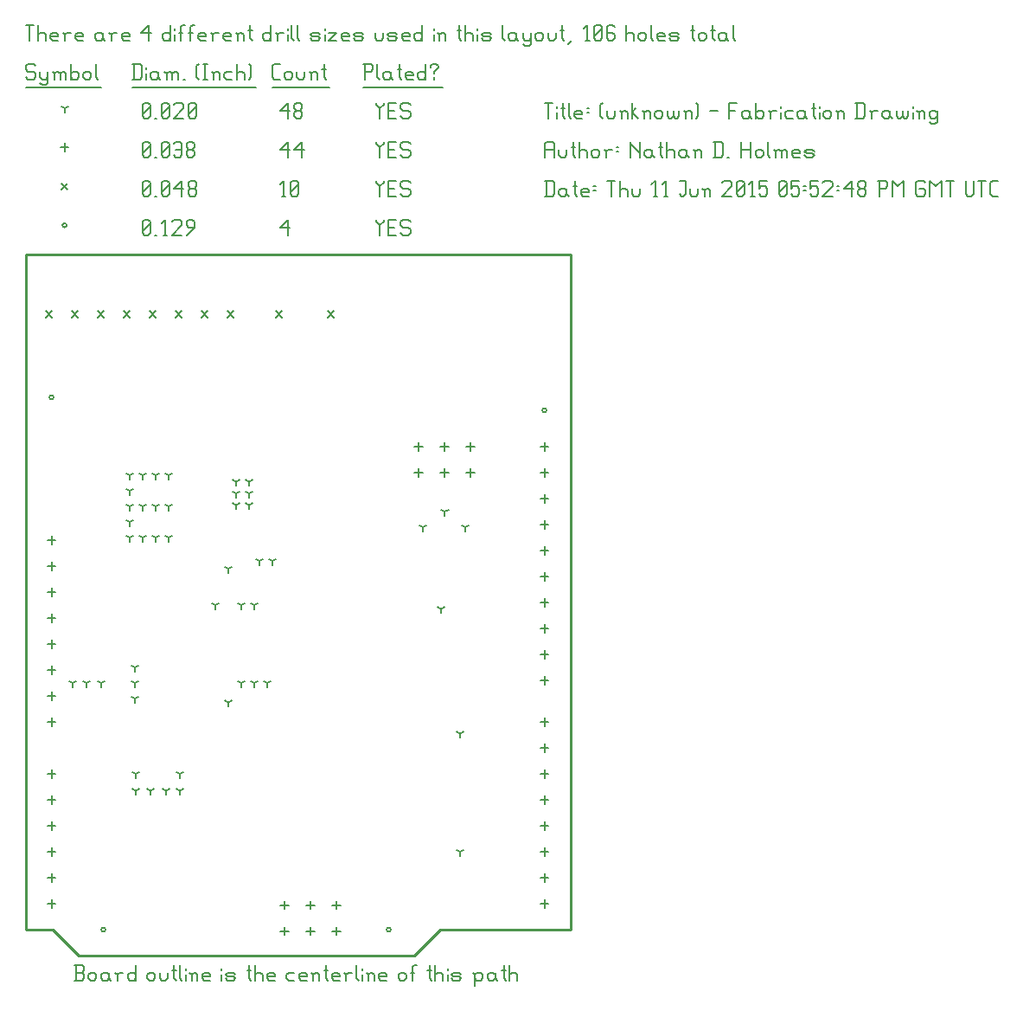
<source format=gbr>
G04 start of page 12 for group -3984 idx -3984 *
G04 Title: (unknown), fab *
G04 Creator: pcb 20140316 *
G04 CreationDate: Thu 11 Jun 2015 05:52:48 PM GMT UTC *
G04 For: ndholmes *
G04 Format: Gerber/RS-274X *
G04 PCB-Dimensions (mil): 2100.00 2700.00 *
G04 PCB-Coordinate-Origin: lower left *
%MOIN*%
%FSLAX25Y25*%
%LNFAB*%
%ADD75C,0.0100*%
%ADD74C,0.0060*%
%ADD73R,0.0080X0.0080*%
G54D73*X139200Y10000D02*G75*G03X140800Y10000I800J0D01*G01*
G75*G03X139200Y10000I-800J0D01*G01*
X199200Y210000D02*G75*G03X200800Y210000I800J0D01*G01*
G75*G03X199200Y210000I-800J0D01*G01*
X9200Y215000D02*G75*G03X10800Y215000I800J0D01*G01*
G75*G03X9200Y215000I-800J0D01*G01*
X29200Y10000D02*G75*G03X30800Y10000I800J0D01*G01*
G75*G03X29200Y10000I-800J0D01*G01*
X14200Y281250D02*G75*G03X15800Y281250I800J0D01*G01*
G75*G03X14200Y281250I-800J0D01*G01*
G54D74*X135000Y283500D02*Y282750D01*
X136500Y281250D01*
X138000Y282750D01*
Y283500D02*Y282750D01*
X136500Y281250D02*Y277500D01*
X139800Y280500D02*X142050D01*
X139800Y277500D02*X142800D01*
X139800Y283500D02*Y277500D01*
Y283500D02*X142800D01*
X147600D02*X148350Y282750D01*
X145350Y283500D02*X147600D01*
X144600Y282750D02*X145350Y283500D01*
X144600Y282750D02*Y281250D01*
X145350Y280500D01*
X147600D01*
X148350Y279750D01*
Y278250D01*
X147600Y277500D02*X148350Y278250D01*
X145350Y277500D02*X147600D01*
X144600Y278250D02*X145350Y277500D01*
X98000Y280500D02*X101000Y283500D01*
X98000Y280500D02*X101750D01*
X101000Y283500D02*Y277500D01*
X45000Y278250D02*X45750Y277500D01*
X45000Y282750D02*Y278250D01*
Y282750D02*X45750Y283500D01*
X47250D01*
X48000Y282750D01*
Y278250D01*
X47250Y277500D02*X48000Y278250D01*
X45750Y277500D02*X47250D01*
X45000Y279000D02*X48000Y282000D01*
X49800Y277500D02*X50550D01*
X53100D02*X54600D01*
X53850Y283500D02*Y277500D01*
X52350Y282000D02*X53850Y283500D01*
X56400Y282750D02*X57150Y283500D01*
X59400D01*
X60150Y282750D01*
Y281250D01*
X56400Y277500D02*X60150Y281250D01*
X56400Y277500D02*X60150D01*
X61950D02*X64950Y280500D01*
Y282750D02*Y280500D01*
X64200Y283500D02*X64950Y282750D01*
X62700Y283500D02*X64200D01*
X61950Y282750D02*X62700Y283500D01*
X61950Y282750D02*Y281250D01*
X62700Y280500D01*
X64950D01*
X77800Y248200D02*X80200Y245800D01*
X77800D02*X80200Y248200D01*
X67800D02*X70200Y245800D01*
X67800D02*X70200Y248200D01*
X57800D02*X60200Y245800D01*
X57800D02*X60200Y248200D01*
X47800D02*X50200Y245800D01*
X47800D02*X50200Y248200D01*
X37800D02*X40200Y245800D01*
X37800D02*X40200Y248200D01*
X27800D02*X30200Y245800D01*
X27800D02*X30200Y248200D01*
X17800D02*X20200Y245800D01*
X17800D02*X20200Y248200D01*
X7800D02*X10200Y245800D01*
X7800D02*X10200Y248200D01*
X116300D02*X118700Y245800D01*
X116300D02*X118700Y248200D01*
X96300D02*X98700Y245800D01*
X96300D02*X98700Y248200D01*
X13800Y297450D02*X16200Y295050D01*
X13800D02*X16200Y297450D01*
X135000Y298500D02*Y297750D01*
X136500Y296250D01*
X138000Y297750D01*
Y298500D02*Y297750D01*
X136500Y296250D02*Y292500D01*
X139800Y295500D02*X142050D01*
X139800Y292500D02*X142800D01*
X139800Y298500D02*Y292500D01*
Y298500D02*X142800D01*
X147600D02*X148350Y297750D01*
X145350Y298500D02*X147600D01*
X144600Y297750D02*X145350Y298500D01*
X144600Y297750D02*Y296250D01*
X145350Y295500D01*
X147600D01*
X148350Y294750D01*
Y293250D01*
X147600Y292500D02*X148350Y293250D01*
X145350Y292500D02*X147600D01*
X144600Y293250D02*X145350Y292500D01*
X98750D02*X100250D01*
X99500Y298500D02*Y292500D01*
X98000Y297000D02*X99500Y298500D01*
X102050Y293250D02*X102800Y292500D01*
X102050Y297750D02*Y293250D01*
Y297750D02*X102800Y298500D01*
X104300D01*
X105050Y297750D01*
Y293250D01*
X104300Y292500D02*X105050Y293250D01*
X102800Y292500D02*X104300D01*
X102050Y294000D02*X105050Y297000D01*
X45000Y293250D02*X45750Y292500D01*
X45000Y297750D02*Y293250D01*
Y297750D02*X45750Y298500D01*
X47250D01*
X48000Y297750D01*
Y293250D01*
X47250Y292500D02*X48000Y293250D01*
X45750Y292500D02*X47250D01*
X45000Y294000D02*X48000Y297000D01*
X49800Y292500D02*X50550D01*
X52350Y293250D02*X53100Y292500D01*
X52350Y297750D02*Y293250D01*
Y297750D02*X53100Y298500D01*
X54600D01*
X55350Y297750D01*
Y293250D01*
X54600Y292500D02*X55350Y293250D01*
X53100Y292500D02*X54600D01*
X52350Y294000D02*X55350Y297000D01*
X57150Y295500D02*X60150Y298500D01*
X57150Y295500D02*X60900D01*
X60150Y298500D02*Y292500D01*
X62700Y293250D02*X63450Y292500D01*
X62700Y294750D02*Y293250D01*
Y294750D02*X63450Y295500D01*
X64950D01*
X65700Y294750D01*
Y293250D01*
X64950Y292500D02*X65700Y293250D01*
X63450Y292500D02*X64950D01*
X62700Y296250D02*X63450Y295500D01*
X62700Y297750D02*Y296250D01*
Y297750D02*X63450Y298500D01*
X64950D01*
X65700Y297750D01*
Y296250D01*
X64950Y295500D02*X65700Y296250D01*
X10000Y161600D02*Y158400D01*
X8400Y160000D02*X11600D01*
X10000Y151600D02*Y148400D01*
X8400Y150000D02*X11600D01*
X10000Y141600D02*Y138400D01*
X8400Y140000D02*X11600D01*
X10000Y131600D02*Y128400D01*
X8400Y130000D02*X11600D01*
X10000Y121600D02*Y118400D01*
X8400Y120000D02*X11600D01*
X10000Y111600D02*Y108400D01*
X8400Y110000D02*X11600D01*
X10000Y101600D02*Y98400D01*
X8400Y100000D02*X11600D01*
X10000Y91600D02*Y88400D01*
X8400Y90000D02*X11600D01*
X10000Y71600D02*Y68400D01*
X8400Y70000D02*X11600D01*
X10000Y61600D02*Y58400D01*
X8400Y60000D02*X11600D01*
X10000Y51600D02*Y48400D01*
X8400Y50000D02*X11600D01*
X10000Y41600D02*Y38400D01*
X8400Y40000D02*X11600D01*
X10000Y31600D02*Y28400D01*
X8400Y30000D02*X11600D01*
X10000Y21600D02*Y18400D01*
X8400Y20000D02*X11600D01*
X200000Y21600D02*Y18400D01*
X198400Y20000D02*X201600D01*
X200000Y31600D02*Y28400D01*
X198400Y30000D02*X201600D01*
X200000Y41600D02*Y38400D01*
X198400Y40000D02*X201600D01*
X200000Y51600D02*Y48400D01*
X198400Y50000D02*X201600D01*
X200000Y61600D02*Y58400D01*
X198400Y60000D02*X201600D01*
X200000Y71600D02*Y68400D01*
X198400Y70000D02*X201600D01*
X200000Y81600D02*Y78400D01*
X198400Y80000D02*X201600D01*
X200000Y91600D02*Y88400D01*
X198400Y90000D02*X201600D01*
X200000Y107600D02*Y104400D01*
X198400Y106000D02*X201600D01*
X200000Y117600D02*Y114400D01*
X198400Y116000D02*X201600D01*
X200000Y127600D02*Y124400D01*
X198400Y126000D02*X201600D01*
X200000Y137600D02*Y134400D01*
X198400Y136000D02*X201600D01*
X200000Y147600D02*Y144400D01*
X198400Y146000D02*X201600D01*
X200000Y157600D02*Y154400D01*
X198400Y156000D02*X201600D01*
X200000Y167600D02*Y164400D01*
X198400Y166000D02*X201600D01*
X200000Y177600D02*Y174400D01*
X198400Y176000D02*X201600D01*
X200000Y187600D02*Y184400D01*
X198400Y186000D02*X201600D01*
X200000Y197600D02*Y194400D01*
X198400Y196000D02*X201600D01*
X151500Y187600D02*Y184400D01*
X149900Y186000D02*X153100D01*
X161500Y187600D02*Y184400D01*
X159900Y186000D02*X163100D01*
X171500Y187600D02*Y184400D01*
X169900Y186000D02*X173100D01*
X151500Y197600D02*Y194400D01*
X149900Y196000D02*X153100D01*
X161500Y197600D02*Y194400D01*
X159900Y196000D02*X163100D01*
X171500Y197600D02*Y194400D01*
X169900Y196000D02*X173100D01*
X119803Y21049D02*Y17849D01*
X118203Y19449D02*X121403D01*
X109803Y21049D02*Y17849D01*
X108203Y19449D02*X111403D01*
X99803Y21049D02*Y17849D01*
X98203Y19449D02*X101403D01*
X119803Y11049D02*Y7849D01*
X118203Y9449D02*X121403D01*
X109803Y11049D02*Y7849D01*
X108203Y9449D02*X111403D01*
X99803Y11049D02*Y7849D01*
X98203Y9449D02*X101403D01*
X15000Y312850D02*Y309650D01*
X13400Y311250D02*X16600D01*
X135000Y313500D02*Y312750D01*
X136500Y311250D01*
X138000Y312750D01*
Y313500D02*Y312750D01*
X136500Y311250D02*Y307500D01*
X139800Y310500D02*X142050D01*
X139800Y307500D02*X142800D01*
X139800Y313500D02*Y307500D01*
Y313500D02*X142800D01*
X147600D02*X148350Y312750D01*
X145350Y313500D02*X147600D01*
X144600Y312750D02*X145350Y313500D01*
X144600Y312750D02*Y311250D01*
X145350Y310500D01*
X147600D01*
X148350Y309750D01*
Y308250D01*
X147600Y307500D02*X148350Y308250D01*
X145350Y307500D02*X147600D01*
X144600Y308250D02*X145350Y307500D01*
X98000Y310500D02*X101000Y313500D01*
X98000Y310500D02*X101750D01*
X101000Y313500D02*Y307500D01*
X103550Y310500D02*X106550Y313500D01*
X103550Y310500D02*X107300D01*
X106550Y313500D02*Y307500D01*
X45000Y308250D02*X45750Y307500D01*
X45000Y312750D02*Y308250D01*
Y312750D02*X45750Y313500D01*
X47250D01*
X48000Y312750D01*
Y308250D01*
X47250Y307500D02*X48000Y308250D01*
X45750Y307500D02*X47250D01*
X45000Y309000D02*X48000Y312000D01*
X49800Y307500D02*X50550D01*
X52350Y308250D02*X53100Y307500D01*
X52350Y312750D02*Y308250D01*
Y312750D02*X53100Y313500D01*
X54600D01*
X55350Y312750D01*
Y308250D01*
X54600Y307500D02*X55350Y308250D01*
X53100Y307500D02*X54600D01*
X52350Y309000D02*X55350Y312000D01*
X57150Y312750D02*X57900Y313500D01*
X59400D01*
X60150Y312750D01*
Y308250D01*
X59400Y307500D02*X60150Y308250D01*
X57900Y307500D02*X59400D01*
X57150Y308250D02*X57900Y307500D01*
Y310500D02*X60150D01*
X61950Y308250D02*X62700Y307500D01*
X61950Y309750D02*Y308250D01*
Y309750D02*X62700Y310500D01*
X64200D01*
X64950Y309750D01*
Y308250D01*
X64200Y307500D02*X64950Y308250D01*
X62700Y307500D02*X64200D01*
X61950Y311250D02*X62700Y310500D01*
X61950Y312750D02*Y311250D01*
Y312750D02*X62700Y313500D01*
X64200D01*
X64950Y312750D01*
Y311250D01*
X64200Y310500D02*X64950Y311250D01*
X160000Y133500D02*Y131900D01*
Y133500D02*X161387Y134300D01*
X160000Y133500D02*X158613Y134300D01*
X169500Y165000D02*Y163400D01*
Y165000D02*X170887Y165800D01*
X169500Y165000D02*X168113Y165800D01*
X153000Y165000D02*Y163400D01*
Y165000D02*X154387Y165800D01*
X153000Y165000D02*X151613Y165800D01*
X42000Y111000D02*Y109400D01*
Y111000D02*X43387Y111800D01*
X42000Y111000D02*X40613Y111800D01*
X42000Y105000D02*Y103400D01*
Y105000D02*X43387Y105800D01*
X42000Y105000D02*X40613Y105800D01*
X42000Y99000D02*Y97400D01*
Y99000D02*X43387Y99800D01*
X42000Y99000D02*X40613Y99800D01*
X18000Y105000D02*Y103400D01*
Y105000D02*X19387Y105800D01*
X18000Y105000D02*X16613Y105800D01*
X23500Y105000D02*Y103400D01*
Y105000D02*X24887Y105800D01*
X23500Y105000D02*X22113Y105800D01*
X29000Y105000D02*Y103400D01*
Y105000D02*X30387Y105800D01*
X29000Y105000D02*X27613Y105800D01*
X73000Y135000D02*Y133400D01*
Y135000D02*X74387Y135800D01*
X73000Y135000D02*X71613Y135800D01*
X83000Y135000D02*Y133400D01*
Y135000D02*X84387Y135800D01*
X83000Y135000D02*X81613Y135800D01*
X78000Y97500D02*Y95900D01*
Y97500D02*X79387Y98300D01*
X78000Y97500D02*X76613Y98300D01*
X83000Y105000D02*Y103400D01*
Y105000D02*X84387Y105800D01*
X83000Y105000D02*X81613Y105800D01*
X88000Y105000D02*Y103400D01*
Y105000D02*X89387Y105800D01*
X88000Y105000D02*X86613Y105800D01*
X93000Y105000D02*Y103400D01*
Y105000D02*X94387Y105800D01*
X93000Y105000D02*X91613Y105800D01*
X55000Y185000D02*Y183400D01*
Y185000D02*X56387Y185800D01*
X55000Y185000D02*X53613Y185800D01*
X50000Y185000D02*Y183400D01*
Y185000D02*X51387Y185800D01*
X50000Y185000D02*X48613Y185800D01*
X55000Y173000D02*Y171400D01*
Y173000D02*X56387Y173800D01*
X55000Y173000D02*X53613Y173800D01*
X50000Y173000D02*Y171400D01*
Y173000D02*X51387Y173800D01*
X50000Y173000D02*X48613Y173800D01*
X55000Y161000D02*Y159400D01*
Y161000D02*X56387Y161800D01*
X55000Y161000D02*X53613Y161800D01*
X50000Y161000D02*Y159400D01*
Y161000D02*X51387Y161800D01*
X50000Y161000D02*X48613Y161800D01*
X45000Y185000D02*Y183400D01*
Y185000D02*X46387Y185800D01*
X45000Y185000D02*X43613Y185800D01*
X40000Y185000D02*Y183400D01*
Y185000D02*X41387Y185800D01*
X40000Y185000D02*X38613Y185800D01*
X45000Y173000D02*Y171400D01*
Y173000D02*X46387Y173800D01*
X45000Y173000D02*X43613Y173800D01*
X40000Y173000D02*Y171400D01*
Y173000D02*X41387Y173800D01*
X40000Y173000D02*X38613Y173800D01*
X45000Y161000D02*Y159400D01*
Y161000D02*X46387Y161800D01*
X45000Y161000D02*X43613Y161800D01*
X40000Y161000D02*Y159400D01*
Y161000D02*X41387Y161800D01*
X40000Y161000D02*X38613Y161800D01*
X40000Y179000D02*Y177400D01*
Y179000D02*X41387Y179800D01*
X40000Y179000D02*X38613Y179800D01*
X40000Y167000D02*Y165400D01*
Y167000D02*X41387Y167800D01*
X40000Y167000D02*X38613Y167800D01*
X90000Y152000D02*Y150400D01*
Y152000D02*X91387Y152800D01*
X90000Y152000D02*X88613Y152800D01*
X95000Y152000D02*Y150400D01*
Y152000D02*X96387Y152800D01*
X95000Y152000D02*X93613Y152800D01*
X81000Y173500D02*Y171900D01*
Y173500D02*X82387Y174300D01*
X81000Y173500D02*X79613Y174300D01*
X86000Y173500D02*Y171900D01*
Y173500D02*X87387Y174300D01*
X86000Y173500D02*X84613Y174300D01*
X81000Y182500D02*Y180900D01*
Y182500D02*X82387Y183300D01*
X81000Y182500D02*X79613Y183300D01*
X86000Y182500D02*Y180900D01*
Y182500D02*X87387Y183300D01*
X86000Y182500D02*X84613Y183300D01*
X81000Y178000D02*Y176400D01*
Y178000D02*X82387Y178800D01*
X81000Y178000D02*X79613Y178800D01*
X86000Y178000D02*Y176400D01*
Y178000D02*X87387Y178800D01*
X86000Y178000D02*X84613Y178800D01*
X88000Y135000D02*Y133400D01*
Y135000D02*X89387Y135800D01*
X88000Y135000D02*X86613Y135800D01*
X167500Y85500D02*Y83900D01*
Y85500D02*X168887Y86300D01*
X167500Y85500D02*X166113Y86300D01*
X167500Y40000D02*Y38400D01*
Y40000D02*X168887Y40800D01*
X167500Y40000D02*X166113Y40800D01*
X161600Y171000D02*Y169400D01*
Y171000D02*X162987Y171800D01*
X161600Y171000D02*X160213Y171800D01*
X78000Y149000D02*Y147400D01*
Y149000D02*X79387Y149800D01*
X78000Y149000D02*X76613Y149800D01*
X54000Y63500D02*Y61900D01*
Y63500D02*X55387Y64300D01*
X54000Y63500D02*X52613Y64300D01*
X48000Y63500D02*Y61900D01*
Y63500D02*X49387Y64300D01*
X48000Y63500D02*X46613Y64300D01*
X42500Y63500D02*Y61900D01*
Y63500D02*X43887Y64300D01*
X42500Y63500D02*X41113Y64300D01*
X42500Y70000D02*Y68400D01*
Y70000D02*X43887Y70800D01*
X42500Y70000D02*X41113Y70800D01*
X59500Y70000D02*Y68400D01*
Y70000D02*X60887Y70800D01*
X59500Y70000D02*X58113Y70800D01*
X59500Y63500D02*Y61900D01*
Y63500D02*X60887Y64300D01*
X59500Y63500D02*X58113Y64300D01*
X15000Y326250D02*Y324650D01*
Y326250D02*X16387Y327050D01*
X15000Y326250D02*X13613Y327050D01*
X135000Y328500D02*Y327750D01*
X136500Y326250D01*
X138000Y327750D01*
Y328500D02*Y327750D01*
X136500Y326250D02*Y322500D01*
X139800Y325500D02*X142050D01*
X139800Y322500D02*X142800D01*
X139800Y328500D02*Y322500D01*
Y328500D02*X142800D01*
X147600D02*X148350Y327750D01*
X145350Y328500D02*X147600D01*
X144600Y327750D02*X145350Y328500D01*
X144600Y327750D02*Y326250D01*
X145350Y325500D01*
X147600D01*
X148350Y324750D01*
Y323250D01*
X147600Y322500D02*X148350Y323250D01*
X145350Y322500D02*X147600D01*
X144600Y323250D02*X145350Y322500D01*
X98000Y325500D02*X101000Y328500D01*
X98000Y325500D02*X101750D01*
X101000Y328500D02*Y322500D01*
X103550Y323250D02*X104300Y322500D01*
X103550Y324750D02*Y323250D01*
Y324750D02*X104300Y325500D01*
X105800D01*
X106550Y324750D01*
Y323250D01*
X105800Y322500D02*X106550Y323250D01*
X104300Y322500D02*X105800D01*
X103550Y326250D02*X104300Y325500D01*
X103550Y327750D02*Y326250D01*
Y327750D02*X104300Y328500D01*
X105800D01*
X106550Y327750D01*
Y326250D01*
X105800Y325500D02*X106550Y326250D01*
X45000Y323250D02*X45750Y322500D01*
X45000Y327750D02*Y323250D01*
Y327750D02*X45750Y328500D01*
X47250D01*
X48000Y327750D01*
Y323250D01*
X47250Y322500D02*X48000Y323250D01*
X45750Y322500D02*X47250D01*
X45000Y324000D02*X48000Y327000D01*
X49800Y322500D02*X50550D01*
X52350Y323250D02*X53100Y322500D01*
X52350Y327750D02*Y323250D01*
Y327750D02*X53100Y328500D01*
X54600D01*
X55350Y327750D01*
Y323250D01*
X54600Y322500D02*X55350Y323250D01*
X53100Y322500D02*X54600D01*
X52350Y324000D02*X55350Y327000D01*
X57150Y327750D02*X57900Y328500D01*
X60150D01*
X60900Y327750D01*
Y326250D01*
X57150Y322500D02*X60900Y326250D01*
X57150Y322500D02*X60900D01*
X62700Y323250D02*X63450Y322500D01*
X62700Y327750D02*Y323250D01*
Y327750D02*X63450Y328500D01*
X64950D01*
X65700Y327750D01*
Y323250D01*
X64950Y322500D02*X65700Y323250D01*
X63450Y322500D02*X64950D01*
X62700Y324000D02*X65700Y327000D01*
X3000Y343500D02*X3750Y342750D01*
X750Y343500D02*X3000D01*
X0Y342750D02*X750Y343500D01*
X0Y342750D02*Y341250D01*
X750Y340500D01*
X3000D01*
X3750Y339750D01*
Y338250D01*
X3000Y337500D02*X3750Y338250D01*
X750Y337500D02*X3000D01*
X0Y338250D02*X750Y337500D01*
X5550Y340500D02*Y338250D01*
X6300Y337500D01*
X8550Y340500D02*Y336000D01*
X7800Y335250D02*X8550Y336000D01*
X6300Y335250D02*X7800D01*
X5550Y336000D02*X6300Y335250D01*
Y337500D02*X7800D01*
X8550Y338250D01*
X11100Y339750D02*Y337500D01*
Y339750D02*X11850Y340500D01*
X12600D01*
X13350Y339750D01*
Y337500D01*
Y339750D02*X14100Y340500D01*
X14850D01*
X15600Y339750D01*
Y337500D01*
X10350Y340500D02*X11100Y339750D01*
X17400Y343500D02*Y337500D01*
Y338250D02*X18150Y337500D01*
X19650D01*
X20400Y338250D01*
Y339750D02*Y338250D01*
X19650Y340500D02*X20400Y339750D01*
X18150Y340500D02*X19650D01*
X17400Y339750D02*X18150Y340500D01*
X22200Y339750D02*Y338250D01*
Y339750D02*X22950Y340500D01*
X24450D01*
X25200Y339750D01*
Y338250D01*
X24450Y337500D02*X25200Y338250D01*
X22950Y337500D02*X24450D01*
X22200Y338250D02*X22950Y337500D01*
X27000Y343500D02*Y338250D01*
X27750Y337500D01*
X0Y334250D02*X29250D01*
X41750Y343500D02*Y337500D01*
X44000Y343500D02*X44750Y342750D01*
Y338250D01*
X44000Y337500D02*X44750Y338250D01*
X41000Y337500D02*X44000D01*
X41000Y343500D02*X44000D01*
X46550Y342000D02*Y341250D01*
Y339750D02*Y337500D01*
X50300Y340500D02*X51050Y339750D01*
X48800Y340500D02*X50300D01*
X48050Y339750D02*X48800Y340500D01*
X48050Y339750D02*Y338250D01*
X48800Y337500D01*
X51050Y340500D02*Y338250D01*
X51800Y337500D01*
X48800D02*X50300D01*
X51050Y338250D01*
X54350Y339750D02*Y337500D01*
Y339750D02*X55100Y340500D01*
X55850D01*
X56600Y339750D01*
Y337500D01*
Y339750D02*X57350Y340500D01*
X58100D01*
X58850Y339750D01*
Y337500D01*
X53600Y340500D02*X54350Y339750D01*
X60650Y337500D02*X61400D01*
X65900Y338250D02*X66650Y337500D01*
X65900Y342750D02*X66650Y343500D01*
X65900Y342750D02*Y338250D01*
X68450Y343500D02*X69950D01*
X69200D02*Y337500D01*
X68450D02*X69950D01*
X72500Y339750D02*Y337500D01*
Y339750D02*X73250Y340500D01*
X74000D01*
X74750Y339750D01*
Y337500D01*
X71750Y340500D02*X72500Y339750D01*
X77300Y340500D02*X79550D01*
X76550Y339750D02*X77300Y340500D01*
X76550Y339750D02*Y338250D01*
X77300Y337500D01*
X79550D01*
X81350Y343500D02*Y337500D01*
Y339750D02*X82100Y340500D01*
X83600D01*
X84350Y339750D01*
Y337500D01*
X86150Y343500D02*X86900Y342750D01*
Y338250D01*
X86150Y337500D02*X86900Y338250D01*
X41000Y334250D02*X88700D01*
X95750Y337500D02*X98000D01*
X95000Y338250D02*X95750Y337500D01*
X95000Y342750D02*Y338250D01*
Y342750D02*X95750Y343500D01*
X98000D01*
X99800Y339750D02*Y338250D01*
Y339750D02*X100550Y340500D01*
X102050D01*
X102800Y339750D01*
Y338250D01*
X102050Y337500D02*X102800Y338250D01*
X100550Y337500D02*X102050D01*
X99800Y338250D02*X100550Y337500D01*
X104600Y340500D02*Y338250D01*
X105350Y337500D01*
X106850D01*
X107600Y338250D01*
Y340500D02*Y338250D01*
X110150Y339750D02*Y337500D01*
Y339750D02*X110900Y340500D01*
X111650D01*
X112400Y339750D01*
Y337500D01*
X109400Y340500D02*X110150Y339750D01*
X114950Y343500D02*Y338250D01*
X115700Y337500D01*
X114200Y341250D02*X115700D01*
X95000Y334250D02*X117200D01*
X130750Y343500D02*Y337500D01*
X130000Y343500D02*X133000D01*
X133750Y342750D01*
Y341250D01*
X133000Y340500D02*X133750Y341250D01*
X130750Y340500D02*X133000D01*
X135550Y343500D02*Y338250D01*
X136300Y337500D01*
X140050Y340500D02*X140800Y339750D01*
X138550Y340500D02*X140050D01*
X137800Y339750D02*X138550Y340500D01*
X137800Y339750D02*Y338250D01*
X138550Y337500D01*
X140800Y340500D02*Y338250D01*
X141550Y337500D01*
X138550D02*X140050D01*
X140800Y338250D01*
X144100Y343500D02*Y338250D01*
X144850Y337500D01*
X143350Y341250D02*X144850D01*
X147100Y337500D02*X149350D01*
X146350Y338250D02*X147100Y337500D01*
X146350Y339750D02*Y338250D01*
Y339750D02*X147100Y340500D01*
X148600D01*
X149350Y339750D01*
X146350Y339000D02*X149350D01*
Y339750D02*Y339000D01*
X154150Y343500D02*Y337500D01*
X153400D02*X154150Y338250D01*
X151900Y337500D02*X153400D01*
X151150Y338250D02*X151900Y337500D01*
X151150Y339750D02*Y338250D01*
Y339750D02*X151900Y340500D01*
X153400D01*
X154150Y339750D01*
X157450Y340500D02*Y339750D01*
Y338250D02*Y337500D01*
X155950Y342750D02*Y342000D01*
Y342750D02*X156700Y343500D01*
X158200D01*
X158950Y342750D01*
Y342000D01*
X157450Y340500D02*X158950Y342000D01*
X130000Y334250D02*X160750D01*
X0Y358500D02*X3000D01*
X1500D02*Y352500D01*
X4800Y358500D02*Y352500D01*
Y354750D02*X5550Y355500D01*
X7050D01*
X7800Y354750D01*
Y352500D01*
X10350D02*X12600D01*
X9600Y353250D02*X10350Y352500D01*
X9600Y354750D02*Y353250D01*
Y354750D02*X10350Y355500D01*
X11850D01*
X12600Y354750D01*
X9600Y354000D02*X12600D01*
Y354750D02*Y354000D01*
X15150Y354750D02*Y352500D01*
Y354750D02*X15900Y355500D01*
X17400D01*
X14400D02*X15150Y354750D01*
X19950Y352500D02*X22200D01*
X19200Y353250D02*X19950Y352500D01*
X19200Y354750D02*Y353250D01*
Y354750D02*X19950Y355500D01*
X21450D01*
X22200Y354750D01*
X19200Y354000D02*X22200D01*
Y354750D02*Y354000D01*
X28950Y355500D02*X29700Y354750D01*
X27450Y355500D02*X28950D01*
X26700Y354750D02*X27450Y355500D01*
X26700Y354750D02*Y353250D01*
X27450Y352500D01*
X29700Y355500D02*Y353250D01*
X30450Y352500D01*
X27450D02*X28950D01*
X29700Y353250D01*
X33000Y354750D02*Y352500D01*
Y354750D02*X33750Y355500D01*
X35250D01*
X32250D02*X33000Y354750D01*
X37800Y352500D02*X40050D01*
X37050Y353250D02*X37800Y352500D01*
X37050Y354750D02*Y353250D01*
Y354750D02*X37800Y355500D01*
X39300D01*
X40050Y354750D01*
X37050Y354000D02*X40050D01*
Y354750D02*Y354000D01*
X44550Y355500D02*X47550Y358500D01*
X44550Y355500D02*X48300D01*
X47550Y358500D02*Y352500D01*
X55800Y358500D02*Y352500D01*
X55050D02*X55800Y353250D01*
X53550Y352500D02*X55050D01*
X52800Y353250D02*X53550Y352500D01*
X52800Y354750D02*Y353250D01*
Y354750D02*X53550Y355500D01*
X55050D01*
X55800Y354750D01*
X57600Y357000D02*Y356250D01*
Y354750D02*Y352500D01*
X59850Y357750D02*Y352500D01*
Y357750D02*X60600Y358500D01*
X61350D01*
X59100Y355500D02*X60600D01*
X63600Y357750D02*Y352500D01*
Y357750D02*X64350Y358500D01*
X65100D01*
X62850Y355500D02*X64350D01*
X67350Y352500D02*X69600D01*
X66600Y353250D02*X67350Y352500D01*
X66600Y354750D02*Y353250D01*
Y354750D02*X67350Y355500D01*
X68850D01*
X69600Y354750D01*
X66600Y354000D02*X69600D01*
Y354750D02*Y354000D01*
X72150Y354750D02*Y352500D01*
Y354750D02*X72900Y355500D01*
X74400D01*
X71400D02*X72150Y354750D01*
X76950Y352500D02*X79200D01*
X76200Y353250D02*X76950Y352500D01*
X76200Y354750D02*Y353250D01*
Y354750D02*X76950Y355500D01*
X78450D01*
X79200Y354750D01*
X76200Y354000D02*X79200D01*
Y354750D02*Y354000D01*
X81750Y354750D02*Y352500D01*
Y354750D02*X82500Y355500D01*
X83250D01*
X84000Y354750D01*
Y352500D01*
X81000Y355500D02*X81750Y354750D01*
X86550Y358500D02*Y353250D01*
X87300Y352500D01*
X85800Y356250D02*X87300D01*
X94500Y358500D02*Y352500D01*
X93750D02*X94500Y353250D01*
X92250Y352500D02*X93750D01*
X91500Y353250D02*X92250Y352500D01*
X91500Y354750D02*Y353250D01*
Y354750D02*X92250Y355500D01*
X93750D01*
X94500Y354750D01*
X97050D02*Y352500D01*
Y354750D02*X97800Y355500D01*
X99300D01*
X96300D02*X97050Y354750D01*
X101100Y357000D02*Y356250D01*
Y354750D02*Y352500D01*
X102600Y358500D02*Y353250D01*
X103350Y352500D01*
X104850Y358500D02*Y353250D01*
X105600Y352500D01*
X110550D02*X112800D01*
X113550Y353250D01*
X112800Y354000D02*X113550Y353250D01*
X110550Y354000D02*X112800D01*
X109800Y354750D02*X110550Y354000D01*
X109800Y354750D02*X110550Y355500D01*
X112800D01*
X113550Y354750D01*
X109800Y353250D02*X110550Y352500D01*
X115350Y357000D02*Y356250D01*
Y354750D02*Y352500D01*
X116850Y355500D02*X119850D01*
X116850Y352500D02*X119850Y355500D01*
X116850Y352500D02*X119850D01*
X122400D02*X124650D01*
X121650Y353250D02*X122400Y352500D01*
X121650Y354750D02*Y353250D01*
Y354750D02*X122400Y355500D01*
X123900D01*
X124650Y354750D01*
X121650Y354000D02*X124650D01*
Y354750D02*Y354000D01*
X127200Y352500D02*X129450D01*
X130200Y353250D01*
X129450Y354000D02*X130200Y353250D01*
X127200Y354000D02*X129450D01*
X126450Y354750D02*X127200Y354000D01*
X126450Y354750D02*X127200Y355500D01*
X129450D01*
X130200Y354750D01*
X126450Y353250D02*X127200Y352500D01*
X134700Y355500D02*Y353250D01*
X135450Y352500D01*
X136950D01*
X137700Y353250D01*
Y355500D02*Y353250D01*
X140250Y352500D02*X142500D01*
X143250Y353250D01*
X142500Y354000D02*X143250Y353250D01*
X140250Y354000D02*X142500D01*
X139500Y354750D02*X140250Y354000D01*
X139500Y354750D02*X140250Y355500D01*
X142500D01*
X143250Y354750D01*
X139500Y353250D02*X140250Y352500D01*
X145800D02*X148050D01*
X145050Y353250D02*X145800Y352500D01*
X145050Y354750D02*Y353250D01*
Y354750D02*X145800Y355500D01*
X147300D01*
X148050Y354750D01*
X145050Y354000D02*X148050D01*
Y354750D02*Y354000D01*
X152850Y358500D02*Y352500D01*
X152100D02*X152850Y353250D01*
X150600Y352500D02*X152100D01*
X149850Y353250D02*X150600Y352500D01*
X149850Y354750D02*Y353250D01*
Y354750D02*X150600Y355500D01*
X152100D01*
X152850Y354750D01*
X157350Y357000D02*Y356250D01*
Y354750D02*Y352500D01*
X159600Y354750D02*Y352500D01*
Y354750D02*X160350Y355500D01*
X161100D01*
X161850Y354750D01*
Y352500D01*
X158850Y355500D02*X159600Y354750D01*
X167100Y358500D02*Y353250D01*
X167850Y352500D01*
X166350Y356250D02*X167850D01*
X169350Y358500D02*Y352500D01*
Y354750D02*X170100Y355500D01*
X171600D01*
X172350Y354750D01*
Y352500D01*
X174150Y357000D02*Y356250D01*
Y354750D02*Y352500D01*
X176400D02*X178650D01*
X179400Y353250D01*
X178650Y354000D02*X179400Y353250D01*
X176400Y354000D02*X178650D01*
X175650Y354750D02*X176400Y354000D01*
X175650Y354750D02*X176400Y355500D01*
X178650D01*
X179400Y354750D01*
X175650Y353250D02*X176400Y352500D01*
X183900Y358500D02*Y353250D01*
X184650Y352500D01*
X188400Y355500D02*X189150Y354750D01*
X186900Y355500D02*X188400D01*
X186150Y354750D02*X186900Y355500D01*
X186150Y354750D02*Y353250D01*
X186900Y352500D01*
X189150Y355500D02*Y353250D01*
X189900Y352500D01*
X186900D02*X188400D01*
X189150Y353250D01*
X191700Y355500D02*Y353250D01*
X192450Y352500D01*
X194700Y355500D02*Y351000D01*
X193950Y350250D02*X194700Y351000D01*
X192450Y350250D02*X193950D01*
X191700Y351000D02*X192450Y350250D01*
Y352500D02*X193950D01*
X194700Y353250D01*
X196500Y354750D02*Y353250D01*
Y354750D02*X197250Y355500D01*
X198750D01*
X199500Y354750D01*
Y353250D01*
X198750Y352500D02*X199500Y353250D01*
X197250Y352500D02*X198750D01*
X196500Y353250D02*X197250Y352500D01*
X201300Y355500D02*Y353250D01*
X202050Y352500D01*
X203550D01*
X204300Y353250D01*
Y355500D02*Y353250D01*
X206850Y358500D02*Y353250D01*
X207600Y352500D01*
X206100Y356250D02*X207600D01*
X209100Y351000D02*X210600Y352500D01*
X215850D02*X217350D01*
X216600Y358500D02*Y352500D01*
X215100Y357000D02*X216600Y358500D01*
X219150Y353250D02*X219900Y352500D01*
X219150Y357750D02*Y353250D01*
Y357750D02*X219900Y358500D01*
X221400D01*
X222150Y357750D01*
Y353250D01*
X221400Y352500D02*X222150Y353250D01*
X219900Y352500D02*X221400D01*
X219150Y354000D02*X222150Y357000D01*
X226200Y358500D02*X226950Y357750D01*
X224700Y358500D02*X226200D01*
X223950Y357750D02*X224700Y358500D01*
X223950Y357750D02*Y353250D01*
X224700Y352500D01*
X226200Y355500D02*X226950Y354750D01*
X223950Y355500D02*X226200D01*
X224700Y352500D02*X226200D01*
X226950Y353250D01*
Y354750D02*Y353250D01*
X231450Y358500D02*Y352500D01*
Y354750D02*X232200Y355500D01*
X233700D01*
X234450Y354750D01*
Y352500D01*
X236250Y354750D02*Y353250D01*
Y354750D02*X237000Y355500D01*
X238500D01*
X239250Y354750D01*
Y353250D01*
X238500Y352500D02*X239250Y353250D01*
X237000Y352500D02*X238500D01*
X236250Y353250D02*X237000Y352500D01*
X241050Y358500D02*Y353250D01*
X241800Y352500D01*
X244050D02*X246300D01*
X243300Y353250D02*X244050Y352500D01*
X243300Y354750D02*Y353250D01*
Y354750D02*X244050Y355500D01*
X245550D01*
X246300Y354750D01*
X243300Y354000D02*X246300D01*
Y354750D02*Y354000D01*
X248850Y352500D02*X251100D01*
X251850Y353250D01*
X251100Y354000D02*X251850Y353250D01*
X248850Y354000D02*X251100D01*
X248100Y354750D02*X248850Y354000D01*
X248100Y354750D02*X248850Y355500D01*
X251100D01*
X251850Y354750D01*
X248100Y353250D02*X248850Y352500D01*
X257100Y358500D02*Y353250D01*
X257850Y352500D01*
X256350Y356250D02*X257850D01*
X259350Y354750D02*Y353250D01*
Y354750D02*X260100Y355500D01*
X261600D01*
X262350Y354750D01*
Y353250D01*
X261600Y352500D02*X262350Y353250D01*
X260100Y352500D02*X261600D01*
X259350Y353250D02*X260100Y352500D01*
X264900Y358500D02*Y353250D01*
X265650Y352500D01*
X264150Y356250D02*X265650D01*
X269400Y355500D02*X270150Y354750D01*
X267900Y355500D02*X269400D01*
X267150Y354750D02*X267900Y355500D01*
X267150Y354750D02*Y353250D01*
X267900Y352500D01*
X270150Y355500D02*Y353250D01*
X270900Y352500D01*
X267900D02*X269400D01*
X270150Y353250D01*
X272700Y358500D02*Y353250D01*
X273450Y352500D01*
G54D75*X0Y270000D02*Y10000D01*
X210000D02*Y270000D01*
X0D01*
Y10000D02*X10300D01*
X20300Y0D01*
X149700D01*
X159700Y10000D01*
X210000D01*
G54D74*X18675Y-9500D02*X21675D01*
X22425Y-8750D01*
Y-7250D02*Y-8750D01*
X21675Y-6500D02*X22425Y-7250D01*
X19425Y-6500D02*X21675D01*
X19425Y-3500D02*Y-9500D01*
X18675Y-3500D02*X21675D01*
X22425Y-4250D01*
Y-5750D01*
X21675Y-6500D02*X22425Y-5750D01*
X24225Y-7250D02*Y-8750D01*
Y-7250D02*X24975Y-6500D01*
X26475D01*
X27225Y-7250D01*
Y-8750D01*
X26475Y-9500D02*X27225Y-8750D01*
X24975Y-9500D02*X26475D01*
X24225Y-8750D02*X24975Y-9500D01*
X31275Y-6500D02*X32025Y-7250D01*
X29775Y-6500D02*X31275D01*
X29025Y-7250D02*X29775Y-6500D01*
X29025Y-7250D02*Y-8750D01*
X29775Y-9500D01*
X32025Y-6500D02*Y-8750D01*
X32775Y-9500D01*
X29775D02*X31275D01*
X32025Y-8750D01*
X35325Y-7250D02*Y-9500D01*
Y-7250D02*X36075Y-6500D01*
X37575D01*
X34575D02*X35325Y-7250D01*
X42375Y-3500D02*Y-9500D01*
X41625D02*X42375Y-8750D01*
X40125Y-9500D02*X41625D01*
X39375Y-8750D02*X40125Y-9500D01*
X39375Y-7250D02*Y-8750D01*
Y-7250D02*X40125Y-6500D01*
X41625D01*
X42375Y-7250D01*
X46875D02*Y-8750D01*
Y-7250D02*X47625Y-6500D01*
X49125D01*
X49875Y-7250D01*
Y-8750D01*
X49125Y-9500D02*X49875Y-8750D01*
X47625Y-9500D02*X49125D01*
X46875Y-8750D02*X47625Y-9500D01*
X51675Y-6500D02*Y-8750D01*
X52425Y-9500D01*
X53925D01*
X54675Y-8750D01*
Y-6500D02*Y-8750D01*
X57225Y-3500D02*Y-8750D01*
X57975Y-9500D01*
X56475Y-5750D02*X57975D01*
X59475Y-3500D02*Y-8750D01*
X60225Y-9500D01*
X61725Y-5000D02*Y-5750D01*
Y-7250D02*Y-9500D01*
X63975Y-7250D02*Y-9500D01*
Y-7250D02*X64725Y-6500D01*
X65475D01*
X66225Y-7250D01*
Y-9500D01*
X63225Y-6500D02*X63975Y-7250D01*
X68775Y-9500D02*X71025D01*
X68025Y-8750D02*X68775Y-9500D01*
X68025Y-7250D02*Y-8750D01*
Y-7250D02*X68775Y-6500D01*
X70275D01*
X71025Y-7250D01*
X68025Y-8000D02*X71025D01*
Y-7250D02*Y-8000D01*
X75525Y-5000D02*Y-5750D01*
Y-7250D02*Y-9500D01*
X77775D02*X80025D01*
X80775Y-8750D01*
X80025Y-8000D02*X80775Y-8750D01*
X77775Y-8000D02*X80025D01*
X77025Y-7250D02*X77775Y-8000D01*
X77025Y-7250D02*X77775Y-6500D01*
X80025D01*
X80775Y-7250D01*
X77025Y-8750D02*X77775Y-9500D01*
X86025Y-3500D02*Y-8750D01*
X86775Y-9500D01*
X85275Y-5750D02*X86775D01*
X88275Y-3500D02*Y-9500D01*
Y-7250D02*X89025Y-6500D01*
X90525D01*
X91275Y-7250D01*
Y-9500D01*
X93825D02*X96075D01*
X93075Y-8750D02*X93825Y-9500D01*
X93075Y-7250D02*Y-8750D01*
Y-7250D02*X93825Y-6500D01*
X95325D01*
X96075Y-7250D01*
X93075Y-8000D02*X96075D01*
Y-7250D02*Y-8000D01*
X101325Y-6500D02*X103575D01*
X100575Y-7250D02*X101325Y-6500D01*
X100575Y-7250D02*Y-8750D01*
X101325Y-9500D01*
X103575D01*
X106125D02*X108375D01*
X105375Y-8750D02*X106125Y-9500D01*
X105375Y-7250D02*Y-8750D01*
Y-7250D02*X106125Y-6500D01*
X107625D01*
X108375Y-7250D01*
X105375Y-8000D02*X108375D01*
Y-7250D02*Y-8000D01*
X110925Y-7250D02*Y-9500D01*
Y-7250D02*X111675Y-6500D01*
X112425D01*
X113175Y-7250D01*
Y-9500D01*
X110175Y-6500D02*X110925Y-7250D01*
X115725Y-3500D02*Y-8750D01*
X116475Y-9500D01*
X114975Y-5750D02*X116475D01*
X118725Y-9500D02*X120975D01*
X117975Y-8750D02*X118725Y-9500D01*
X117975Y-7250D02*Y-8750D01*
Y-7250D02*X118725Y-6500D01*
X120225D01*
X120975Y-7250D01*
X117975Y-8000D02*X120975D01*
Y-7250D02*Y-8000D01*
X123525Y-7250D02*Y-9500D01*
Y-7250D02*X124275Y-6500D01*
X125775D01*
X122775D02*X123525Y-7250D01*
X127575Y-3500D02*Y-8750D01*
X128325Y-9500D01*
X129825Y-5000D02*Y-5750D01*
Y-7250D02*Y-9500D01*
X132075Y-7250D02*Y-9500D01*
Y-7250D02*X132825Y-6500D01*
X133575D01*
X134325Y-7250D01*
Y-9500D01*
X131325Y-6500D02*X132075Y-7250D01*
X136875Y-9500D02*X139125D01*
X136125Y-8750D02*X136875Y-9500D01*
X136125Y-7250D02*Y-8750D01*
Y-7250D02*X136875Y-6500D01*
X138375D01*
X139125Y-7250D01*
X136125Y-8000D02*X139125D01*
Y-7250D02*Y-8000D01*
X143625Y-7250D02*Y-8750D01*
Y-7250D02*X144375Y-6500D01*
X145875D01*
X146625Y-7250D01*
Y-8750D01*
X145875Y-9500D02*X146625Y-8750D01*
X144375Y-9500D02*X145875D01*
X143625Y-8750D02*X144375Y-9500D01*
X149175Y-4250D02*Y-9500D01*
Y-4250D02*X149925Y-3500D01*
X150675D01*
X148425Y-6500D02*X149925D01*
X155625Y-3500D02*Y-8750D01*
X156375Y-9500D01*
X154875Y-5750D02*X156375D01*
X157875Y-3500D02*Y-9500D01*
Y-7250D02*X158625Y-6500D01*
X160125D01*
X160875Y-7250D01*
Y-9500D01*
X162675Y-5000D02*Y-5750D01*
Y-7250D02*Y-9500D01*
X164925D02*X167175D01*
X167925Y-8750D01*
X167175Y-8000D02*X167925Y-8750D01*
X164925Y-8000D02*X167175D01*
X164175Y-7250D02*X164925Y-8000D01*
X164175Y-7250D02*X164925Y-6500D01*
X167175D01*
X167925Y-7250D01*
X164175Y-8750D02*X164925Y-9500D01*
X173175Y-7250D02*Y-11750D01*
X172425Y-6500D02*X173175Y-7250D01*
X173925Y-6500D01*
X175425D01*
X176175Y-7250D01*
Y-8750D01*
X175425Y-9500D02*X176175Y-8750D01*
X173925Y-9500D02*X175425D01*
X173175Y-8750D02*X173925Y-9500D01*
X180225Y-6500D02*X180975Y-7250D01*
X178725Y-6500D02*X180225D01*
X177975Y-7250D02*X178725Y-6500D01*
X177975Y-7250D02*Y-8750D01*
X178725Y-9500D01*
X180975Y-6500D02*Y-8750D01*
X181725Y-9500D01*
X178725D02*X180225D01*
X180975Y-8750D01*
X184275Y-3500D02*Y-8750D01*
X185025Y-9500D01*
X183525Y-5750D02*X185025D01*
X186525Y-3500D02*Y-9500D01*
Y-7250D02*X187275Y-6500D01*
X188775D01*
X189525Y-7250D01*
Y-9500D01*
X200750Y298500D02*Y292500D01*
X203000Y298500D02*X203750Y297750D01*
Y293250D01*
X203000Y292500D02*X203750Y293250D01*
X200000Y292500D02*X203000D01*
X200000Y298500D02*X203000D01*
X207800Y295500D02*X208550Y294750D01*
X206300Y295500D02*X207800D01*
X205550Y294750D02*X206300Y295500D01*
X205550Y294750D02*Y293250D01*
X206300Y292500D01*
X208550Y295500D02*Y293250D01*
X209300Y292500D01*
X206300D02*X207800D01*
X208550Y293250D01*
X211850Y298500D02*Y293250D01*
X212600Y292500D01*
X211100Y296250D02*X212600D01*
X214850Y292500D02*X217100D01*
X214100Y293250D02*X214850Y292500D01*
X214100Y294750D02*Y293250D01*
Y294750D02*X214850Y295500D01*
X216350D01*
X217100Y294750D01*
X214100Y294000D02*X217100D01*
Y294750D02*Y294000D01*
X218900Y296250D02*X219650D01*
X218900Y294750D02*X219650D01*
X224150Y298500D02*X227150D01*
X225650D02*Y292500D01*
X228950Y298500D02*Y292500D01*
Y294750D02*X229700Y295500D01*
X231200D01*
X231950Y294750D01*
Y292500D01*
X233750Y295500D02*Y293250D01*
X234500Y292500D01*
X236000D01*
X236750Y293250D01*
Y295500D02*Y293250D01*
X242000Y292500D02*X243500D01*
X242750Y298500D02*Y292500D01*
X241250Y297000D02*X242750Y298500D01*
X246050Y292500D02*X247550D01*
X246800Y298500D02*Y292500D01*
X245300Y297000D02*X246800Y298500D01*
X252050D02*X254300D01*
Y293250D01*
X253550Y292500D02*X254300Y293250D01*
X252800Y292500D02*X253550D01*
X252050Y293250D02*X252800Y292500D01*
X256100Y295500D02*Y293250D01*
X256850Y292500D01*
X258350D01*
X259100Y293250D01*
Y295500D02*Y293250D01*
X261650Y294750D02*Y292500D01*
Y294750D02*X262400Y295500D01*
X263150D01*
X263900Y294750D01*
Y292500D01*
X260900Y295500D02*X261650Y294750D01*
X268400Y297750D02*X269150Y298500D01*
X271400D01*
X272150Y297750D01*
Y296250D01*
X268400Y292500D02*X272150Y296250D01*
X268400Y292500D02*X272150D01*
X273950Y293250D02*X274700Y292500D01*
X273950Y297750D02*Y293250D01*
Y297750D02*X274700Y298500D01*
X276200D01*
X276950Y297750D01*
Y293250D01*
X276200Y292500D02*X276950Y293250D01*
X274700Y292500D02*X276200D01*
X273950Y294000D02*X276950Y297000D01*
X279500Y292500D02*X281000D01*
X280250Y298500D02*Y292500D01*
X278750Y297000D02*X280250Y298500D01*
X282800D02*X285800D01*
X282800D02*Y295500D01*
X283550Y296250D01*
X285050D01*
X285800Y295500D01*
Y293250D01*
X285050Y292500D02*X285800Y293250D01*
X283550Y292500D02*X285050D01*
X282800Y293250D02*X283550Y292500D01*
X290300Y293250D02*X291050Y292500D01*
X290300Y297750D02*Y293250D01*
Y297750D02*X291050Y298500D01*
X292550D01*
X293300Y297750D01*
Y293250D01*
X292550Y292500D02*X293300Y293250D01*
X291050Y292500D02*X292550D01*
X290300Y294000D02*X293300Y297000D01*
X295100Y298500D02*X298100D01*
X295100D02*Y295500D01*
X295850Y296250D01*
X297350D01*
X298100Y295500D01*
Y293250D01*
X297350Y292500D02*X298100Y293250D01*
X295850Y292500D02*X297350D01*
X295100Y293250D02*X295850Y292500D01*
X299900Y296250D02*X300650D01*
X299900Y294750D02*X300650D01*
X302450Y298500D02*X305450D01*
X302450D02*Y295500D01*
X303200Y296250D01*
X304700D01*
X305450Y295500D01*
Y293250D01*
X304700Y292500D02*X305450Y293250D01*
X303200Y292500D02*X304700D01*
X302450Y293250D02*X303200Y292500D01*
X307250Y297750D02*X308000Y298500D01*
X310250D01*
X311000Y297750D01*
Y296250D01*
X307250Y292500D02*X311000Y296250D01*
X307250Y292500D02*X311000D01*
X312800Y296250D02*X313550D01*
X312800Y294750D02*X313550D01*
X315350Y295500D02*X318350Y298500D01*
X315350Y295500D02*X319100D01*
X318350Y298500D02*Y292500D01*
X320900Y293250D02*X321650Y292500D01*
X320900Y294750D02*Y293250D01*
Y294750D02*X321650Y295500D01*
X323150D01*
X323900Y294750D01*
Y293250D01*
X323150Y292500D02*X323900Y293250D01*
X321650Y292500D02*X323150D01*
X320900Y296250D02*X321650Y295500D01*
X320900Y297750D02*Y296250D01*
Y297750D02*X321650Y298500D01*
X323150D01*
X323900Y297750D01*
Y296250D01*
X323150Y295500D02*X323900Y296250D01*
X329150Y298500D02*Y292500D01*
X328400Y298500D02*X331400D01*
X332150Y297750D01*
Y296250D01*
X331400Y295500D02*X332150Y296250D01*
X329150Y295500D02*X331400D01*
X333950Y298500D02*Y292500D01*
Y298500D02*X336200Y296250D01*
X338450Y298500D01*
Y292500D01*
X345950Y298500D02*X346700Y297750D01*
X343700Y298500D02*X345950D01*
X342950Y297750D02*X343700Y298500D01*
X342950Y297750D02*Y293250D01*
X343700Y292500D01*
X345950D01*
X346700Y293250D01*
Y294750D02*Y293250D01*
X345950Y295500D02*X346700Y294750D01*
X344450Y295500D02*X345950D01*
X348500Y298500D02*Y292500D01*
Y298500D02*X350750Y296250D01*
X353000Y298500D01*
Y292500D01*
X354800Y298500D02*X357800D01*
X356300D02*Y292500D01*
X362300Y298500D02*Y293250D01*
X363050Y292500D01*
X364550D01*
X365300Y293250D01*
Y298500D02*Y293250D01*
X367100Y298500D02*X370100D01*
X368600D02*Y292500D01*
X372650D02*X374900D01*
X371900Y293250D02*X372650Y292500D01*
X371900Y297750D02*Y293250D01*
Y297750D02*X372650Y298500D01*
X374900D01*
X200000Y312750D02*Y307500D01*
Y312750D02*X200750Y313500D01*
X203000D01*
X203750Y312750D01*
Y307500D01*
X200000Y310500D02*X203750D01*
X205550D02*Y308250D01*
X206300Y307500D01*
X207800D01*
X208550Y308250D01*
Y310500D02*Y308250D01*
X211100Y313500D02*Y308250D01*
X211850Y307500D01*
X210350Y311250D02*X211850D01*
X213350Y313500D02*Y307500D01*
Y309750D02*X214100Y310500D01*
X215600D01*
X216350Y309750D01*
Y307500D01*
X218150Y309750D02*Y308250D01*
Y309750D02*X218900Y310500D01*
X220400D01*
X221150Y309750D01*
Y308250D01*
X220400Y307500D02*X221150Y308250D01*
X218900Y307500D02*X220400D01*
X218150Y308250D02*X218900Y307500D01*
X223700Y309750D02*Y307500D01*
Y309750D02*X224450Y310500D01*
X225950D01*
X222950D02*X223700Y309750D01*
X227750Y311250D02*X228500D01*
X227750Y309750D02*X228500D01*
X233000Y313500D02*Y307500D01*
Y313500D02*Y312750D01*
X236750Y309000D01*
Y313500D02*Y307500D01*
X240800Y310500D02*X241550Y309750D01*
X239300Y310500D02*X240800D01*
X238550Y309750D02*X239300Y310500D01*
X238550Y309750D02*Y308250D01*
X239300Y307500D01*
X241550Y310500D02*Y308250D01*
X242300Y307500D01*
X239300D02*X240800D01*
X241550Y308250D01*
X244850Y313500D02*Y308250D01*
X245600Y307500D01*
X244100Y311250D02*X245600D01*
X247100Y313500D02*Y307500D01*
Y309750D02*X247850Y310500D01*
X249350D01*
X250100Y309750D01*
Y307500D01*
X254150Y310500D02*X254900Y309750D01*
X252650Y310500D02*X254150D01*
X251900Y309750D02*X252650Y310500D01*
X251900Y309750D02*Y308250D01*
X252650Y307500D01*
X254900Y310500D02*Y308250D01*
X255650Y307500D01*
X252650D02*X254150D01*
X254900Y308250D01*
X258200Y309750D02*Y307500D01*
Y309750D02*X258950Y310500D01*
X259700D01*
X260450Y309750D01*
Y307500D01*
X257450Y310500D02*X258200Y309750D01*
X265700Y313500D02*Y307500D01*
X267950Y313500D02*X268700Y312750D01*
Y308250D01*
X267950Y307500D02*X268700Y308250D01*
X264950Y307500D02*X267950D01*
X264950Y313500D02*X267950D01*
X270500Y307500D02*X271250D01*
X275750Y313500D02*Y307500D01*
X279500Y313500D02*Y307500D01*
X275750Y310500D02*X279500D01*
X281300Y309750D02*Y308250D01*
Y309750D02*X282050Y310500D01*
X283550D01*
X284300Y309750D01*
Y308250D01*
X283550Y307500D02*X284300Y308250D01*
X282050Y307500D02*X283550D01*
X281300Y308250D02*X282050Y307500D01*
X286100Y313500D02*Y308250D01*
X286850Y307500D01*
X289100Y309750D02*Y307500D01*
Y309750D02*X289850Y310500D01*
X290600D01*
X291350Y309750D01*
Y307500D01*
Y309750D02*X292100Y310500D01*
X292850D01*
X293600Y309750D01*
Y307500D01*
X288350Y310500D02*X289100Y309750D01*
X296150Y307500D02*X298400D01*
X295400Y308250D02*X296150Y307500D01*
X295400Y309750D02*Y308250D01*
Y309750D02*X296150Y310500D01*
X297650D01*
X298400Y309750D01*
X295400Y309000D02*X298400D01*
Y309750D02*Y309000D01*
X300950Y307500D02*X303200D01*
X303950Y308250D01*
X303200Y309000D02*X303950Y308250D01*
X300950Y309000D02*X303200D01*
X300200Y309750D02*X300950Y309000D01*
X300200Y309750D02*X300950Y310500D01*
X303200D01*
X303950Y309750D01*
X300200Y308250D02*X300950Y307500D01*
X200000Y328500D02*X203000D01*
X201500D02*Y322500D01*
X204800Y327000D02*Y326250D01*
Y324750D02*Y322500D01*
X207050Y328500D02*Y323250D01*
X207800Y322500D01*
X206300Y326250D02*X207800D01*
X209300Y328500D02*Y323250D01*
X210050Y322500D01*
X212300D02*X214550D01*
X211550Y323250D02*X212300Y322500D01*
X211550Y324750D02*Y323250D01*
Y324750D02*X212300Y325500D01*
X213800D01*
X214550Y324750D01*
X211550Y324000D02*X214550D01*
Y324750D02*Y324000D01*
X216350Y326250D02*X217100D01*
X216350Y324750D02*X217100D01*
X221600Y323250D02*X222350Y322500D01*
X221600Y327750D02*X222350Y328500D01*
X221600Y327750D02*Y323250D01*
X224150Y325500D02*Y323250D01*
X224900Y322500D01*
X226400D01*
X227150Y323250D01*
Y325500D02*Y323250D01*
X229700Y324750D02*Y322500D01*
Y324750D02*X230450Y325500D01*
X231200D01*
X231950Y324750D01*
Y322500D01*
X228950Y325500D02*X229700Y324750D01*
X233750Y328500D02*Y322500D01*
Y324750D02*X236000Y322500D01*
X233750Y324750D02*X235250Y326250D01*
X238550Y324750D02*Y322500D01*
Y324750D02*X239300Y325500D01*
X240050D01*
X240800Y324750D01*
Y322500D01*
X237800Y325500D02*X238550Y324750D01*
X242600D02*Y323250D01*
Y324750D02*X243350Y325500D01*
X244850D01*
X245600Y324750D01*
Y323250D01*
X244850Y322500D02*X245600Y323250D01*
X243350Y322500D02*X244850D01*
X242600Y323250D02*X243350Y322500D01*
X247400Y325500D02*Y323250D01*
X248150Y322500D01*
X248900D01*
X249650Y323250D01*
Y325500D02*Y323250D01*
X250400Y322500D01*
X251150D01*
X251900Y323250D01*
Y325500D02*Y323250D01*
X254450Y324750D02*Y322500D01*
Y324750D02*X255200Y325500D01*
X255950D01*
X256700Y324750D01*
Y322500D01*
X253700Y325500D02*X254450Y324750D01*
X258500Y328500D02*X259250Y327750D01*
Y323250D01*
X258500Y322500D02*X259250Y323250D01*
X263750Y325500D02*X266750D01*
X271250Y328500D02*Y322500D01*
Y328500D02*X274250D01*
X271250Y325500D02*X273500D01*
X278300D02*X279050Y324750D01*
X276800Y325500D02*X278300D01*
X276050Y324750D02*X276800Y325500D01*
X276050Y324750D02*Y323250D01*
X276800Y322500D01*
X279050Y325500D02*Y323250D01*
X279800Y322500D01*
X276800D02*X278300D01*
X279050Y323250D01*
X281600Y328500D02*Y322500D01*
Y323250D02*X282350Y322500D01*
X283850D01*
X284600Y323250D01*
Y324750D02*Y323250D01*
X283850Y325500D02*X284600Y324750D01*
X282350Y325500D02*X283850D01*
X281600Y324750D02*X282350Y325500D01*
X287150Y324750D02*Y322500D01*
Y324750D02*X287900Y325500D01*
X289400D01*
X286400D02*X287150Y324750D01*
X291200Y327000D02*Y326250D01*
Y324750D02*Y322500D01*
X293450Y325500D02*X295700D01*
X292700Y324750D02*X293450Y325500D01*
X292700Y324750D02*Y323250D01*
X293450Y322500D01*
X295700D01*
X299750Y325500D02*X300500Y324750D01*
X298250Y325500D02*X299750D01*
X297500Y324750D02*X298250Y325500D01*
X297500Y324750D02*Y323250D01*
X298250Y322500D01*
X300500Y325500D02*Y323250D01*
X301250Y322500D01*
X298250D02*X299750D01*
X300500Y323250D01*
X303800Y328500D02*Y323250D01*
X304550Y322500D01*
X303050Y326250D02*X304550D01*
X306050Y327000D02*Y326250D01*
Y324750D02*Y322500D01*
X307550Y324750D02*Y323250D01*
Y324750D02*X308300Y325500D01*
X309800D01*
X310550Y324750D01*
Y323250D01*
X309800Y322500D02*X310550Y323250D01*
X308300Y322500D02*X309800D01*
X307550Y323250D02*X308300Y322500D01*
X313100Y324750D02*Y322500D01*
Y324750D02*X313850Y325500D01*
X314600D01*
X315350Y324750D01*
Y322500D01*
X312350Y325500D02*X313100Y324750D01*
X320600Y328500D02*Y322500D01*
X322850Y328500D02*X323600Y327750D01*
Y323250D01*
X322850Y322500D02*X323600Y323250D01*
X319850Y322500D02*X322850D01*
X319850Y328500D02*X322850D01*
X326150Y324750D02*Y322500D01*
Y324750D02*X326900Y325500D01*
X328400D01*
X325400D02*X326150Y324750D01*
X332450Y325500D02*X333200Y324750D01*
X330950Y325500D02*X332450D01*
X330200Y324750D02*X330950Y325500D01*
X330200Y324750D02*Y323250D01*
X330950Y322500D01*
X333200Y325500D02*Y323250D01*
X333950Y322500D01*
X330950D02*X332450D01*
X333200Y323250D01*
X335750Y325500D02*Y323250D01*
X336500Y322500D01*
X337250D01*
X338000Y323250D01*
Y325500D02*Y323250D01*
X338750Y322500D01*
X339500D01*
X340250Y323250D01*
Y325500D02*Y323250D01*
X342050Y327000D02*Y326250D01*
Y324750D02*Y322500D01*
X344300Y324750D02*Y322500D01*
Y324750D02*X345050Y325500D01*
X345800D01*
X346550Y324750D01*
Y322500D01*
X343550Y325500D02*X344300Y324750D01*
X350600Y325500D02*X351350Y324750D01*
X349100Y325500D02*X350600D01*
X348350Y324750D02*X349100Y325500D01*
X348350Y324750D02*Y323250D01*
X349100Y322500D01*
X350600D01*
X351350Y323250D01*
X348350Y321000D02*X349100Y320250D01*
X350600D01*
X351350Y321000D01*
Y325500D02*Y321000D01*
M02*

</source>
